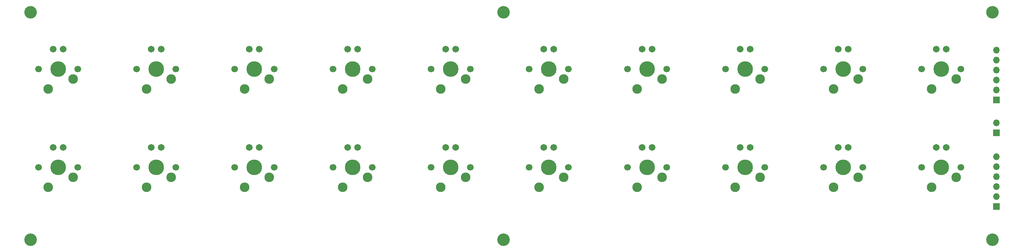
<source format=gbs>
G04 #@! TF.GenerationSoftware,KiCad,Pcbnew,8.0.4*
G04 #@! TF.CreationDate,2024-09-21T00:31:15+02:00*
G04 #@! TF.ProjectId,Keys_Flash,4b657973-5f46-46c6-9173-682e6b696361,rev?*
G04 #@! TF.SameCoordinates,Original*
G04 #@! TF.FileFunction,Soldermask,Bot*
G04 #@! TF.FilePolarity,Negative*
%FSLAX46Y46*%
G04 Gerber Fmt 4.6, Leading zero omitted, Abs format (unit mm)*
G04 Created by KiCad (PCBNEW 8.0.4) date 2024-09-21 00:31:15*
%MOMM*%
%LPD*%
G01*
G04 APERTURE LIST*
%ADD10C,3.200000*%
%ADD11C,1.700000*%
%ADD12C,3.987800*%
%ADD13C,2.454000*%
%ADD14C,1.712000*%
%ADD15R,1.700000X1.700000*%
%ADD16O,1.700000X1.700000*%
G04 APERTURE END LIST*
D10*
X25000000Y-87000000D03*
D11*
X62000000Y-101500000D03*
D12*
X57000000Y-101500000D03*
D11*
X52000000Y-101500000D03*
D13*
X54490000Y-106580000D03*
X60810000Y-104040000D03*
D14*
X55730000Y-96420000D03*
X58270000Y-96420000D03*
D11*
X237000000Y-126500000D03*
D12*
X232000000Y-126500000D03*
D11*
X227000000Y-126500000D03*
D13*
X229490000Y-131580000D03*
X235810000Y-129040000D03*
D14*
X230730000Y-121420000D03*
X233270000Y-121420000D03*
D15*
X271000000Y-109350000D03*
D16*
X271000000Y-106810000D03*
X271000000Y-104270000D03*
X271000000Y-101730000D03*
X271000000Y-99190000D03*
X271000000Y-96650000D03*
D10*
X25000000Y-145000000D03*
D11*
X87000000Y-126500000D03*
D12*
X82000000Y-126500000D03*
D11*
X77000000Y-126500000D03*
D13*
X79490000Y-131580000D03*
X85810000Y-129040000D03*
D14*
X80730000Y-121420000D03*
X83270000Y-121420000D03*
D11*
X187000000Y-101500000D03*
D12*
X182000000Y-101500000D03*
D11*
X177000000Y-101500000D03*
D13*
X179490000Y-106580000D03*
X185810000Y-104040000D03*
D14*
X180730000Y-96420000D03*
X183270000Y-96420000D03*
D11*
X212000000Y-126500000D03*
D12*
X207000000Y-126500000D03*
D11*
X202000000Y-126500000D03*
D13*
X204490000Y-131580000D03*
X210810000Y-129040000D03*
D14*
X205730000Y-121420000D03*
X208270000Y-121420000D03*
D15*
X271000000Y-117775000D03*
D16*
X271000000Y-115235000D03*
D10*
X145500000Y-145000000D03*
X145500000Y-87000000D03*
D11*
X112000000Y-101500000D03*
D12*
X107000000Y-101500000D03*
D11*
X102000000Y-101500000D03*
D13*
X104490000Y-106580000D03*
X110810000Y-104040000D03*
D14*
X105730000Y-96420000D03*
X108270000Y-96420000D03*
D11*
X162000000Y-101500000D03*
D12*
X157000000Y-101500000D03*
D11*
X152000000Y-101500000D03*
D13*
X154490000Y-106580000D03*
X160810000Y-104040000D03*
D14*
X155730000Y-96420000D03*
X158270000Y-96420000D03*
D11*
X212000000Y-101500000D03*
D12*
X207000000Y-101500000D03*
D11*
X202000000Y-101500000D03*
D13*
X204490000Y-106580000D03*
X210810000Y-104040000D03*
D14*
X205730000Y-96420000D03*
X208270000Y-96420000D03*
D11*
X62000000Y-126500000D03*
D12*
X57000000Y-126500000D03*
D11*
X52000000Y-126500000D03*
D13*
X54490000Y-131580000D03*
X60810000Y-129040000D03*
D14*
X55730000Y-121420000D03*
X58270000Y-121420000D03*
D11*
X237000000Y-101500000D03*
D12*
X232000000Y-101500000D03*
D11*
X227000000Y-101500000D03*
D13*
X229490000Y-106580000D03*
X235810000Y-104040000D03*
D14*
X230730000Y-96420000D03*
X233270000Y-96420000D03*
D11*
X137000000Y-101500000D03*
D12*
X132000000Y-101500000D03*
D11*
X127000000Y-101500000D03*
D13*
X129490000Y-106580000D03*
X135810000Y-104040000D03*
D14*
X130730000Y-96420000D03*
X133270000Y-96420000D03*
D10*
X270000000Y-87000000D03*
D11*
X187000000Y-126500000D03*
D12*
X182000000Y-126500000D03*
D11*
X177000000Y-126500000D03*
D13*
X179490000Y-131580000D03*
X185810000Y-129040000D03*
D14*
X180730000Y-121420000D03*
X183270000Y-121420000D03*
D11*
X162000000Y-126500000D03*
D12*
X157000000Y-126500000D03*
D11*
X152000000Y-126500000D03*
D13*
X154490000Y-131580000D03*
X160810000Y-129040000D03*
D14*
X155730000Y-121420000D03*
X158270000Y-121420000D03*
D10*
X270000000Y-145000000D03*
D11*
X112000000Y-126500000D03*
D12*
X107000000Y-126500000D03*
D11*
X102000000Y-126500000D03*
D13*
X104490000Y-131580000D03*
X110810000Y-129040000D03*
D14*
X105730000Y-121420000D03*
X108270000Y-121420000D03*
D11*
X137000000Y-126500000D03*
D12*
X132000000Y-126500000D03*
D11*
X127000000Y-126500000D03*
D13*
X129490000Y-131580000D03*
X135810000Y-129040000D03*
D14*
X130730000Y-121420000D03*
X133270000Y-121420000D03*
D11*
X37000000Y-101500000D03*
D12*
X32000000Y-101500000D03*
D11*
X27000000Y-101500000D03*
D13*
X29490000Y-106580000D03*
X35810000Y-104040000D03*
D14*
X30730000Y-96420000D03*
X33270000Y-96420000D03*
D11*
X37000000Y-126500000D03*
D12*
X32000000Y-126500000D03*
D11*
X27000000Y-126500000D03*
D13*
X29490000Y-131580000D03*
X35810000Y-129040000D03*
D14*
X30730000Y-121420000D03*
X33270000Y-121420000D03*
D11*
X262000000Y-101500000D03*
D12*
X257000000Y-101500000D03*
D11*
X252000000Y-101500000D03*
D13*
X254490000Y-106580000D03*
X260810000Y-104040000D03*
D14*
X255730000Y-96420000D03*
X258270000Y-96420000D03*
D15*
X271000000Y-136540000D03*
D16*
X271000000Y-134000000D03*
X271000000Y-131460000D03*
X271000000Y-128920000D03*
X271000000Y-126380000D03*
X271000000Y-123840000D03*
D11*
X262000000Y-126500000D03*
D12*
X257000000Y-126500000D03*
D11*
X252000000Y-126500000D03*
D13*
X254490000Y-131580000D03*
X260810000Y-129040000D03*
D14*
X255730000Y-121420000D03*
X258270000Y-121420000D03*
D11*
X87000000Y-101500000D03*
D12*
X82000000Y-101500000D03*
D11*
X77000000Y-101500000D03*
D13*
X79490000Y-106580000D03*
X85810000Y-104040000D03*
D14*
X80730000Y-96420000D03*
X83270000Y-96420000D03*
M02*

</source>
